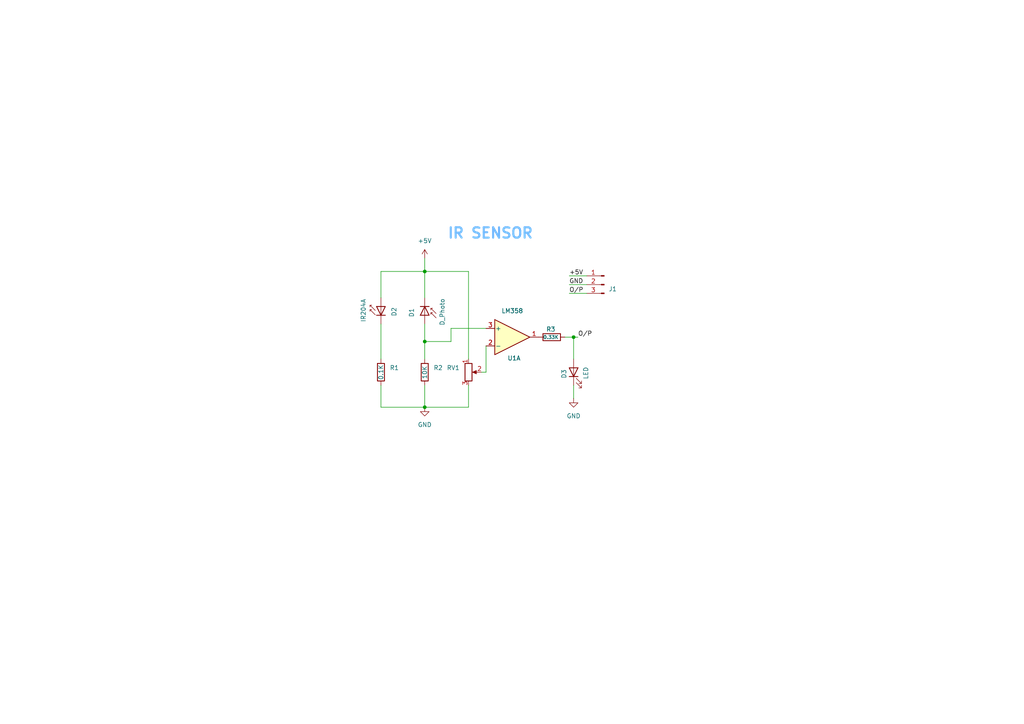
<source format=kicad_sch>
(kicad_sch
	(version 20250114)
	(generator "eeschema")
	(generator_version "9.0")
	(uuid "e3f22f3e-7018-4f73-a5d8-97e6e69dc733")
	(paper "A4")
	(title_block
		(title "IR_Sensor")
		(date "2025-05-21")
		(company "Hari OHM")
		(comment 1 "Design By - Himanshu")
	)
	(lib_symbols
		(symbol "Amplifier_Operational:LM358"
			(pin_names
				(offset 0.127)
			)
			(exclude_from_sim no)
			(in_bom yes)
			(on_board yes)
			(property "Reference" "U"
				(at 0 5.08 0)
				(effects
					(font
						(size 1.27 1.27)
					)
					(justify left)
				)
			)
			(property "Value" "LM358"
				(at 0 -5.08 0)
				(effects
					(font
						(size 1.27 1.27)
					)
					(justify left)
				)
			)
			(property "Footprint" ""
				(at 0 0 0)
				(effects
					(font
						(size 1.27 1.27)
					)
					(hide yes)
				)
			)
			(property "Datasheet" "http://www.ti.com/lit/ds/symlink/lm2904-n.pdf"
				(at 0 0 0)
				(effects
					(font
						(size 1.27 1.27)
					)
					(hide yes)
				)
			)
			(property "Description" "Low-Power, Dual Operational Amplifiers, DIP-8/SOIC-8/TO-99-8"
				(at 0 0 0)
				(effects
					(font
						(size 1.27 1.27)
					)
					(hide yes)
				)
			)
			(property "ki_locked" ""
				(at 0 0 0)
				(effects
					(font
						(size 1.27 1.27)
					)
				)
			)
			(property "ki_keywords" "dual opamp"
				(at 0 0 0)
				(effects
					(font
						(size 1.27 1.27)
					)
					(hide yes)
				)
			)
			(property "ki_fp_filters" "SOIC*3.9x4.9mm*P1.27mm* DIP*W7.62mm* TO*99* OnSemi*Micro8* TSSOP*3x3mm*P0.65mm* TSSOP*4.4x3mm*P0.65mm* MSOP*3x3mm*P0.65mm* SSOP*3.9x4.9mm*P0.635mm* LFCSP*2x2mm*P0.5mm* *SIP* SOIC*5.3x6.2mm*P1.27mm*"
				(at 0 0 0)
				(effects
					(font
						(size 1.27 1.27)
					)
					(hide yes)
				)
			)
			(symbol "LM358_1_1"
				(polyline
					(pts
						(xy -5.08 5.08) (xy 5.08 0) (xy -5.08 -5.08) (xy -5.08 5.08)
					)
					(stroke
						(width 0.254)
						(type default)
					)
					(fill
						(type background)
					)
				)
				(pin input line
					(at -7.62 2.54 0)
					(length 2.54)
					(name "+"
						(effects
							(font
								(size 1.27 1.27)
							)
						)
					)
					(number "3"
						(effects
							(font
								(size 1.27 1.27)
							)
						)
					)
				)
				(pin input line
					(at -7.62 -2.54 0)
					(length 2.54)
					(name "-"
						(effects
							(font
								(size 1.27 1.27)
							)
						)
					)
					(number "2"
						(effects
							(font
								(size 1.27 1.27)
							)
						)
					)
				)
				(pin output line
					(at 7.62 0 180)
					(length 2.54)
					(name "~"
						(effects
							(font
								(size 1.27 1.27)
							)
						)
					)
					(number "1"
						(effects
							(font
								(size 1.27 1.27)
							)
						)
					)
				)
			)
			(symbol "LM358_2_1"
				(polyline
					(pts
						(xy -5.08 5.08) (xy 5.08 0) (xy -5.08 -5.08) (xy -5.08 5.08)
					)
					(stroke
						(width 0.254)
						(type default)
					)
					(fill
						(type background)
					)
				)
				(pin input line
					(at -7.62 2.54 0)
					(length 2.54)
					(name "+"
						(effects
							(font
								(size 1.27 1.27)
							)
						)
					)
					(number "5"
						(effects
							(font
								(size 1.27 1.27)
							)
						)
					)
				)
				(pin input line
					(at -7.62 -2.54 0)
					(length 2.54)
					(name "-"
						(effects
							(font
								(size 1.27 1.27)
							)
						)
					)
					(number "6"
						(effects
							(font
								(size 1.27 1.27)
							)
						)
					)
				)
				(pin output line
					(at 7.62 0 180)
					(length 2.54)
					(name "~"
						(effects
							(font
								(size 1.27 1.27)
							)
						)
					)
					(number "7"
						(effects
							(font
								(size 1.27 1.27)
							)
						)
					)
				)
			)
			(symbol "LM358_3_1"
				(pin power_in line
					(at -2.54 7.62 270)
					(length 3.81)
					(name "V+"
						(effects
							(font
								(size 1.27 1.27)
							)
						)
					)
					(number "8"
						(effects
							(font
								(size 1.27 1.27)
							)
						)
					)
				)
				(pin power_in line
					(at -2.54 -7.62 90)
					(length 3.81)
					(name "V-"
						(effects
							(font
								(size 1.27 1.27)
							)
						)
					)
					(number "4"
						(effects
							(font
								(size 1.27 1.27)
							)
						)
					)
				)
			)
			(embedded_fonts no)
		)
		(symbol "Connector:Conn_01x03_Pin"
			(pin_names
				(offset 1.016)
				(hide yes)
			)
			(exclude_from_sim no)
			(in_bom yes)
			(on_board yes)
			(property "Reference" "J"
				(at 0 5.08 0)
				(effects
					(font
						(size 1.27 1.27)
					)
				)
			)
			(property "Value" "Conn_01x03_Pin"
				(at 0 -5.08 0)
				(effects
					(font
						(size 1.27 1.27)
					)
				)
			)
			(property "Footprint" ""
				(at 0 0 0)
				(effects
					(font
						(size 1.27 1.27)
					)
					(hide yes)
				)
			)
			(property "Datasheet" "~"
				(at 0 0 0)
				(effects
					(font
						(size 1.27 1.27)
					)
					(hide yes)
				)
			)
			(property "Description" "Generic connector, single row, 01x03, script generated"
				(at 0 0 0)
				(effects
					(font
						(size 1.27 1.27)
					)
					(hide yes)
				)
			)
			(property "ki_locked" ""
				(at 0 0 0)
				(effects
					(font
						(size 1.27 1.27)
					)
				)
			)
			(property "ki_keywords" "connector"
				(at 0 0 0)
				(effects
					(font
						(size 1.27 1.27)
					)
					(hide yes)
				)
			)
			(property "ki_fp_filters" "Connector*:*_1x??_*"
				(at 0 0 0)
				(effects
					(font
						(size 1.27 1.27)
					)
					(hide yes)
				)
			)
			(symbol "Conn_01x03_Pin_1_1"
				(rectangle
					(start 0.8636 2.667)
					(end 0 2.413)
					(stroke
						(width 0.1524)
						(type default)
					)
					(fill
						(type outline)
					)
				)
				(rectangle
					(start 0.8636 0.127)
					(end 0 -0.127)
					(stroke
						(width 0.1524)
						(type default)
					)
					(fill
						(type outline)
					)
				)
				(rectangle
					(start 0.8636 -2.413)
					(end 0 -2.667)
					(stroke
						(width 0.1524)
						(type default)
					)
					(fill
						(type outline)
					)
				)
				(polyline
					(pts
						(xy 1.27 2.54) (xy 0.8636 2.54)
					)
					(stroke
						(width 0.1524)
						(type default)
					)
					(fill
						(type none)
					)
				)
				(polyline
					(pts
						(xy 1.27 0) (xy 0.8636 0)
					)
					(stroke
						(width 0.1524)
						(type default)
					)
					(fill
						(type none)
					)
				)
				(polyline
					(pts
						(xy 1.27 -2.54) (xy 0.8636 -2.54)
					)
					(stroke
						(width 0.1524)
						(type default)
					)
					(fill
						(type none)
					)
				)
				(pin passive line
					(at 5.08 2.54 180)
					(length 3.81)
					(name "Pin_1"
						(effects
							(font
								(size 1.27 1.27)
							)
						)
					)
					(number "1"
						(effects
							(font
								(size 1.27 1.27)
							)
						)
					)
				)
				(pin passive line
					(at 5.08 0 180)
					(length 3.81)
					(name "Pin_2"
						(effects
							(font
								(size 1.27 1.27)
							)
						)
					)
					(number "2"
						(effects
							(font
								(size 1.27 1.27)
							)
						)
					)
				)
				(pin passive line
					(at 5.08 -2.54 180)
					(length 3.81)
					(name "Pin_3"
						(effects
							(font
								(size 1.27 1.27)
							)
						)
					)
					(number "3"
						(effects
							(font
								(size 1.27 1.27)
							)
						)
					)
				)
			)
			(embedded_fonts no)
		)
		(symbol "Device:D_Photo"
			(pin_numbers
				(hide yes)
			)
			(pin_names
				(hide yes)
			)
			(exclude_from_sim no)
			(in_bom yes)
			(on_board yes)
			(property "Reference" "D"
				(at 0.508 1.778 0)
				(effects
					(font
						(size 1.27 1.27)
					)
					(justify left)
				)
			)
			(property "Value" "D_Photo"
				(at -1.016 -2.794 0)
				(effects
					(font
						(size 1.27 1.27)
					)
				)
			)
			(property "Footprint" ""
				(at -1.27 0 0)
				(effects
					(font
						(size 1.27 1.27)
					)
					(hide yes)
				)
			)
			(property "Datasheet" "~"
				(at -1.27 0 0)
				(effects
					(font
						(size 1.27 1.27)
					)
					(hide yes)
				)
			)
			(property "Description" "Photodiode"
				(at 0 0 0)
				(effects
					(font
						(size 1.27 1.27)
					)
					(hide yes)
				)
			)
			(property "ki_keywords" "photodiode diode opto"
				(at 0 0 0)
				(effects
					(font
						(size 1.27 1.27)
					)
					(hide yes)
				)
			)
			(symbol "D_Photo_0_1"
				(polyline
					(pts
						(xy -2.54 1.27) (xy -2.54 -1.27)
					)
					(stroke
						(width 0.254)
						(type default)
					)
					(fill
						(type none)
					)
				)
				(polyline
					(pts
						(xy -2.032 1.778) (xy -1.524 1.778)
					)
					(stroke
						(width 0)
						(type default)
					)
					(fill
						(type none)
					)
				)
				(polyline
					(pts
						(xy -0.508 3.302) (xy -2.032 1.778) (xy -2.032 2.286)
					)
					(stroke
						(width 0)
						(type default)
					)
					(fill
						(type none)
					)
				)
				(polyline
					(pts
						(xy 0 0) (xy -2.54 0)
					)
					(stroke
						(width 0)
						(type default)
					)
					(fill
						(type none)
					)
				)
				(polyline
					(pts
						(xy 0 -1.27) (xy 0 1.27) (xy -2.54 0) (xy 0 -1.27)
					)
					(stroke
						(width 0.254)
						(type default)
					)
					(fill
						(type none)
					)
				)
				(polyline
					(pts
						(xy 0.762 3.302) (xy -0.762 1.778) (xy -0.762 2.286) (xy -0.762 1.778) (xy -0.254 1.778)
					)
					(stroke
						(width 0)
						(type default)
					)
					(fill
						(type none)
					)
				)
			)
			(symbol "D_Photo_1_1"
				(pin passive line
					(at -5.08 0 0)
					(length 2.54)
					(name "K"
						(effects
							(font
								(size 1.27 1.27)
							)
						)
					)
					(number "1"
						(effects
							(font
								(size 1.27 1.27)
							)
						)
					)
				)
				(pin passive line
					(at 2.54 0 180)
					(length 2.54)
					(name "A"
						(effects
							(font
								(size 1.27 1.27)
							)
						)
					)
					(number "2"
						(effects
							(font
								(size 1.27 1.27)
							)
						)
					)
				)
			)
			(embedded_fonts no)
		)
		(symbol "Device:LED"
			(pin_numbers
				(hide yes)
			)
			(pin_names
				(offset 1.016)
				(hide yes)
			)
			(exclude_from_sim no)
			(in_bom yes)
			(on_board yes)
			(property "Reference" "D"
				(at 0 2.54 0)
				(effects
					(font
						(size 1.27 1.27)
					)
				)
			)
			(property "Value" "LED"
				(at 0 -2.54 0)
				(effects
					(font
						(size 1.27 1.27)
					)
				)
			)
			(property "Footprint" ""
				(at 0 0 0)
				(effects
					(font
						(size 1.27 1.27)
					)
					(hide yes)
				)
			)
			(property "Datasheet" "~"
				(at 0 0 0)
				(effects
					(font
						(size 1.27 1.27)
					)
					(hide yes)
				)
			)
			(property "Description" "Light emitting diode"
				(at 0 0 0)
				(effects
					(font
						(size 1.27 1.27)
					)
					(hide yes)
				)
			)
			(property "Sim.Pins" "1=K 2=A"
				(at 0 0 0)
				(effects
					(font
						(size 1.27 1.27)
					)
					(hide yes)
				)
			)
			(property "ki_keywords" "LED diode"
				(at 0 0 0)
				(effects
					(font
						(size 1.27 1.27)
					)
					(hide yes)
				)
			)
			(property "ki_fp_filters" "LED* LED_SMD:* LED_THT:*"
				(at 0 0 0)
				(effects
					(font
						(size 1.27 1.27)
					)
					(hide yes)
				)
			)
			(symbol "LED_0_1"
				(polyline
					(pts
						(xy -3.048 -0.762) (xy -4.572 -2.286) (xy -3.81 -2.286) (xy -4.572 -2.286) (xy -4.572 -1.524)
					)
					(stroke
						(width 0)
						(type default)
					)
					(fill
						(type none)
					)
				)
				(polyline
					(pts
						(xy -1.778 -0.762) (xy -3.302 -2.286) (xy -2.54 -2.286) (xy -3.302 -2.286) (xy -3.302 -1.524)
					)
					(stroke
						(width 0)
						(type default)
					)
					(fill
						(type none)
					)
				)
				(polyline
					(pts
						(xy -1.27 0) (xy 1.27 0)
					)
					(stroke
						(width 0)
						(type default)
					)
					(fill
						(type none)
					)
				)
				(polyline
					(pts
						(xy -1.27 -1.27) (xy -1.27 1.27)
					)
					(stroke
						(width 0.254)
						(type default)
					)
					(fill
						(type none)
					)
				)
				(polyline
					(pts
						(xy 1.27 -1.27) (xy 1.27 1.27) (xy -1.27 0) (xy 1.27 -1.27)
					)
					(stroke
						(width 0.254)
						(type default)
					)
					(fill
						(type none)
					)
				)
			)
			(symbol "LED_1_1"
				(pin passive line
					(at -3.81 0 0)
					(length 2.54)
					(name "K"
						(effects
							(font
								(size 1.27 1.27)
							)
						)
					)
					(number "1"
						(effects
							(font
								(size 1.27 1.27)
							)
						)
					)
				)
				(pin passive line
					(at 3.81 0 180)
					(length 2.54)
					(name "A"
						(effects
							(font
								(size 1.27 1.27)
							)
						)
					)
					(number "2"
						(effects
							(font
								(size 1.27 1.27)
							)
						)
					)
				)
			)
			(embedded_fonts no)
		)
		(symbol "Device:R"
			(pin_numbers
				(hide yes)
			)
			(pin_names
				(offset 0)
			)
			(exclude_from_sim no)
			(in_bom yes)
			(on_board yes)
			(property "Reference" "R"
				(at 2.032 0 90)
				(effects
					(font
						(size 1.27 1.27)
					)
				)
			)
			(property "Value" "R"
				(at 0 0 90)
				(effects
					(font
						(size 1.27 1.27)
					)
				)
			)
			(property "Footprint" ""
				(at -1.778 0 90)
				(effects
					(font
						(size 1.27 1.27)
					)
					(hide yes)
				)
			)
			(property "Datasheet" "~"
				(at 0 0 0)
				(effects
					(font
						(size 1.27 1.27)
					)
					(hide yes)
				)
			)
			(property "Description" "Resistor"
				(at 0 0 0)
				(effects
					(font
						(size 1.27 1.27)
					)
					(hide yes)
				)
			)
			(property "ki_keywords" "R res resistor"
				(at 0 0 0)
				(effects
					(font
						(size 1.27 1.27)
					)
					(hide yes)
				)
			)
			(property "ki_fp_filters" "R_*"
				(at 0 0 0)
				(effects
					(font
						(size 1.27 1.27)
					)
					(hide yes)
				)
			)
			(symbol "R_0_1"
				(rectangle
					(start -1.016 -2.54)
					(end 1.016 2.54)
					(stroke
						(width 0.254)
						(type default)
					)
					(fill
						(type none)
					)
				)
			)
			(symbol "R_1_1"
				(pin passive line
					(at 0 3.81 270)
					(length 1.27)
					(name "~"
						(effects
							(font
								(size 1.27 1.27)
							)
						)
					)
					(number "1"
						(effects
							(font
								(size 1.27 1.27)
							)
						)
					)
				)
				(pin passive line
					(at 0 -3.81 90)
					(length 1.27)
					(name "~"
						(effects
							(font
								(size 1.27 1.27)
							)
						)
					)
					(number "2"
						(effects
							(font
								(size 1.27 1.27)
							)
						)
					)
				)
			)
			(embedded_fonts no)
		)
		(symbol "Device:R_Potentiometer"
			(pin_names
				(offset 1.016)
				(hide yes)
			)
			(exclude_from_sim no)
			(in_bom yes)
			(on_board yes)
			(property "Reference" "RV"
				(at -4.445 0 90)
				(effects
					(font
						(size 1.27 1.27)
					)
				)
			)
			(property "Value" "R_Potentiometer"
				(at -2.54 0 90)
				(effects
					(font
						(size 1.27 1.27)
					)
				)
			)
			(property "Footprint" ""
				(at 0 0 0)
				(effects
					(font
						(size 1.27 1.27)
					)
					(hide yes)
				)
			)
			(property "Datasheet" "~"
				(at 0 0 0)
				(effects
					(font
						(size 1.27 1.27)
					)
					(hide yes)
				)
			)
			(property "Description" "Potentiometer"
				(at 0 0 0)
				(effects
					(font
						(size 1.27 1.27)
					)
					(hide yes)
				)
			)
			(property "ki_keywords" "resistor variable"
				(at 0 0 0)
				(effects
					(font
						(size 1.27 1.27)
					)
					(hide yes)
				)
			)
			(property "ki_fp_filters" "Potentiometer*"
				(at 0 0 0)
				(effects
					(font
						(size 1.27 1.27)
					)
					(hide yes)
				)
			)
			(symbol "R_Potentiometer_0_1"
				(rectangle
					(start 1.016 2.54)
					(end -1.016 -2.54)
					(stroke
						(width 0.254)
						(type default)
					)
					(fill
						(type none)
					)
				)
				(polyline
					(pts
						(xy 1.143 0) (xy 2.286 0.508) (xy 2.286 -0.508) (xy 1.143 0)
					)
					(stroke
						(width 0)
						(type default)
					)
					(fill
						(type outline)
					)
				)
				(polyline
					(pts
						(xy 2.54 0) (xy 1.524 0)
					)
					(stroke
						(width 0)
						(type default)
					)
					(fill
						(type none)
					)
				)
			)
			(symbol "R_Potentiometer_1_1"
				(pin passive line
					(at 0 3.81 270)
					(length 1.27)
					(name "1"
						(effects
							(font
								(size 1.27 1.27)
							)
						)
					)
					(number "1"
						(effects
							(font
								(size 1.27 1.27)
							)
						)
					)
				)
				(pin passive line
					(at 0 -3.81 90)
					(length 1.27)
					(name "3"
						(effects
							(font
								(size 1.27 1.27)
							)
						)
					)
					(number "3"
						(effects
							(font
								(size 1.27 1.27)
							)
						)
					)
				)
				(pin passive line
					(at 3.81 0 180)
					(length 1.27)
					(name "2"
						(effects
							(font
								(size 1.27 1.27)
							)
						)
					)
					(number "2"
						(effects
							(font
								(size 1.27 1.27)
							)
						)
					)
				)
			)
			(embedded_fonts no)
		)
		(symbol "LED:IR204A"
			(pin_numbers
				(hide yes)
			)
			(pin_names
				(offset 1.016)
				(hide yes)
			)
			(exclude_from_sim no)
			(in_bom yes)
			(on_board yes)
			(property "Reference" "D"
				(at 0.508 1.778 0)
				(effects
					(font
						(size 1.27 1.27)
					)
					(justify left)
				)
			)
			(property "Value" "IR204A"
				(at -1.016 -2.794 0)
				(effects
					(font
						(size 1.27 1.27)
					)
				)
			)
			(property "Footprint" "LED_THT:LED_D3.0mm_IRBlack"
				(at 0 4.445 0)
				(effects
					(font
						(size 1.27 1.27)
					)
					(hide yes)
				)
			)
			(property "Datasheet" "http://www.everlight.com/file/ProductFile/IR204-A.pdf"
				(at -1.27 0 0)
				(effects
					(font
						(size 1.27 1.27)
					)
					(hide yes)
				)
			)
			(property "Description" "Infrared LED , 3mm LED package"
				(at 0 0 0)
				(effects
					(font
						(size 1.27 1.27)
					)
					(hide yes)
				)
			)
			(property "ki_keywords" "opto IR LED"
				(at 0 0 0)
				(effects
					(font
						(size 1.27 1.27)
					)
					(hide yes)
				)
			)
			(property "ki_fp_filters" "LED*3.0mm*IRBlack*"
				(at 0 0 0)
				(effects
					(font
						(size 1.27 1.27)
					)
					(hide yes)
				)
			)
			(symbol "IR204A_0_1"
				(polyline
					(pts
						(xy -2.54 1.27) (xy -2.54 -1.27)
					)
					(stroke
						(width 0.254)
						(type default)
					)
					(fill
						(type none)
					)
				)
				(polyline
					(pts
						(xy -2.413 1.651) (xy -0.889 3.175) (xy -0.889 2.667) (xy -0.889 3.175) (xy -1.397 3.175)
					)
					(stroke
						(width 0)
						(type default)
					)
					(fill
						(type none)
					)
				)
				(polyline
					(pts
						(xy -1.143 1.651) (xy 0.381 3.175) (xy 0.381 2.667)
					)
					(stroke
						(width 0)
						(type default)
					)
					(fill
						(type none)
					)
				)
				(polyline
					(pts
						(xy 0 1.27) (xy -2.54 0) (xy 0 -1.27) (xy 0 1.27)
					)
					(stroke
						(width 0.254)
						(type default)
					)
					(fill
						(type none)
					)
				)
				(polyline
					(pts
						(xy 0 0) (xy -2.54 0)
					)
					(stroke
						(width 0)
						(type default)
					)
					(fill
						(type none)
					)
				)
				(polyline
					(pts
						(xy 0.381 3.175) (xy -0.127 3.175)
					)
					(stroke
						(width 0)
						(type default)
					)
					(fill
						(type none)
					)
				)
			)
			(symbol "IR204A_1_1"
				(pin passive line
					(at -5.08 0 0)
					(length 2.54)
					(name "K"
						(effects
							(font
								(size 1.27 1.27)
							)
						)
					)
					(number "1"
						(effects
							(font
								(size 1.27 1.27)
							)
						)
					)
				)
				(pin passive line
					(at 2.54 0 180)
					(length 2.54)
					(name "A"
						(effects
							(font
								(size 1.27 1.27)
							)
						)
					)
					(number "2"
						(effects
							(font
								(size 1.27 1.27)
							)
						)
					)
				)
			)
			(embedded_fonts no)
		)
		(symbol "power:+5V"
			(power)
			(pin_numbers
				(hide yes)
			)
			(pin_names
				(offset 0)
				(hide yes)
			)
			(exclude_from_sim no)
			(in_bom yes)
			(on_board yes)
			(property "Reference" "#PWR"
				(at 0 -3.81 0)
				(effects
					(font
						(size 1.27 1.27)
					)
					(hide yes)
				)
			)
			(property "Value" "+5V"
				(at 0 3.556 0)
				(effects
					(font
						(size 1.27 1.27)
					)
				)
			)
			(property "Footprint" ""
				(at 0 0 0)
				(effects
					(font
						(size 1.27 1.27)
					)
					(hide yes)
				)
			)
			(property "Datasheet" ""
				(at 0 0 0)
				(effects
					(font
						(size 1.27 1.27)
					)
					(hide yes)
				)
			)
			(property "Description" "Power symbol creates a global label with name \"+5V\""
				(at 0 0 0)
				(effects
					(font
						(size 1.27 1.27)
					)
					(hide yes)
				)
			)
			(property "ki_keywords" "global power"
				(at 0 0 0)
				(effects
					(font
						(size 1.27 1.27)
					)
					(hide yes)
				)
			)
			(symbol "+5V_0_1"
				(polyline
					(pts
						(xy -0.762 1.27) (xy 0 2.54)
					)
					(stroke
						(width 0)
						(type default)
					)
					(fill
						(type none)
					)
				)
				(polyline
					(pts
						(xy 0 2.54) (xy 0.762 1.27)
					)
					(stroke
						(width 0)
						(type default)
					)
					(fill
						(type none)
					)
				)
				(polyline
					(pts
						(xy 0 0) (xy 0 2.54)
					)
					(stroke
						(width 0)
						(type default)
					)
					(fill
						(type none)
					)
				)
			)
			(symbol "+5V_1_1"
				(pin power_in line
					(at 0 0 90)
					(length 0)
					(name "~"
						(effects
							(font
								(size 1.27 1.27)
							)
						)
					)
					(number "1"
						(effects
							(font
								(size 1.27 1.27)
							)
						)
					)
				)
			)
			(embedded_fonts no)
		)
		(symbol "power:GND"
			(power)
			(pin_numbers
				(hide yes)
			)
			(pin_names
				(offset 0)
				(hide yes)
			)
			(exclude_from_sim no)
			(in_bom yes)
			(on_board yes)
			(property "Reference" "#PWR"
				(at 0 -6.35 0)
				(effects
					(font
						(size 1.27 1.27)
					)
					(hide yes)
				)
			)
			(property "Value" "GND"
				(at 0 -3.81 0)
				(effects
					(font
						(size 1.27 1.27)
					)
				)
			)
			(property "Footprint" ""
				(at 0 0 0)
				(effects
					(font
						(size 1.27 1.27)
					)
					(hide yes)
				)
			)
			(property "Datasheet" ""
				(at 0 0 0)
				(effects
					(font
						(size 1.27 1.27)
					)
					(hide yes)
				)
			)
			(property "Description" "Power symbol creates a global label with name \"GND\" , ground"
				(at 0 0 0)
				(effects
					(font
						(size 1.27 1.27)
					)
					(hide yes)
				)
			)
			(property "ki_keywords" "global power"
				(at 0 0 0)
				(effects
					(font
						(size 1.27 1.27)
					)
					(hide yes)
				)
			)
			(symbol "GND_0_1"
				(polyline
					(pts
						(xy 0 0) (xy 0 -1.27) (xy 1.27 -1.27) (xy 0 -2.54) (xy -1.27 -1.27) (xy 0 -1.27)
					)
					(stroke
						(width 0)
						(type default)
					)
					(fill
						(type none)
					)
				)
			)
			(symbol "GND_1_1"
				(pin power_in line
					(at 0 0 270)
					(length 0)
					(name "~"
						(effects
							(font
								(size 1.27 1.27)
							)
						)
					)
					(number "1"
						(effects
							(font
								(size 1.27 1.27)
							)
						)
					)
				)
			)
			(embedded_fonts no)
		)
	)
	(text "IR SENSOR\n"
		(exclude_from_sim no)
		(at 142.24 67.818 0)
		(effects
			(font
				(size 3 3)
				(thickness 0.6)
				(bold yes)
				(color 112 183 255 1)
			)
		)
		(uuid "f56829a9-8e33-42cb-92df-faa67466c81b")
	)
	(junction
		(at 123.19 99.06)
		(diameter 0)
		(color 0 0 0 0)
		(uuid "a3f3a2b8-8825-4e22-a559-0cb066878ceb")
	)
	(junction
		(at 123.19 118.11)
		(diameter 0)
		(color 0 0 0 0)
		(uuid "a41d7e2d-c854-4345-8a7c-b44d89bf9905")
	)
	(junction
		(at 123.19 78.74)
		(diameter 0)
		(color 0 0 0 0)
		(uuid "f184ab97-d0a3-4056-86b7-84b98f2a4004")
	)
	(junction
		(at 166.37 97.79)
		(diameter 0)
		(color 0 0 0 0)
		(uuid "ff9246fc-51cc-4ae2-b4c7-16b4fc7c6fa2")
	)
	(wire
		(pts
			(xy 165.1 80.01) (xy 170.18 80.01)
		)
		(stroke
			(width 0)
			(type default)
		)
		(uuid "02463367-aa74-4ffa-ae9b-d5a4c1c4a060")
	)
	(wire
		(pts
			(xy 166.37 97.79) (xy 167.64 97.79)
		)
		(stroke
			(width 0)
			(type default)
		)
		(uuid "04ed03cf-7cb8-45a1-8c54-b8e461c4ed6a")
	)
	(wire
		(pts
			(xy 140.97 107.95) (xy 140.97 100.33)
		)
		(stroke
			(width 0)
			(type default)
		)
		(uuid "0c8750c3-eb4b-4eac-ad41-5a66f42c50a6")
	)
	(wire
		(pts
			(xy 123.19 74.93) (xy 123.19 78.74)
		)
		(stroke
			(width 0)
			(type default)
		)
		(uuid "14accc2d-94dd-4b76-b065-be108928ddf2")
	)
	(wire
		(pts
			(xy 110.49 86.36) (xy 110.49 78.74)
		)
		(stroke
			(width 0)
			(type default)
		)
		(uuid "36e09d3b-169c-45bc-be63-7952684caff9")
	)
	(wire
		(pts
			(xy 163.83 97.79) (xy 166.37 97.79)
		)
		(stroke
			(width 0)
			(type default)
		)
		(uuid "40da791f-66b8-4a6a-a762-5682068c3ad5")
	)
	(wire
		(pts
			(xy 130.81 99.06) (xy 123.19 99.06)
		)
		(stroke
			(width 0)
			(type default)
		)
		(uuid "41404338-5a81-4f91-b531-de9c3b589039")
	)
	(wire
		(pts
			(xy 123.19 78.74) (xy 123.19 86.36)
		)
		(stroke
			(width 0)
			(type default)
		)
		(uuid "4739a7a5-e20c-47af-9cf2-82134165aaf0")
	)
	(wire
		(pts
			(xy 165.1 82.55) (xy 170.18 82.55)
		)
		(stroke
			(width 0)
			(type default)
		)
		(uuid "51e3b3b5-a4ea-42d0-8c10-29393e0320db")
	)
	(wire
		(pts
			(xy 110.49 78.74) (xy 123.19 78.74)
		)
		(stroke
			(width 0)
			(type default)
		)
		(uuid "540815c7-1a49-4dc6-889b-250e82674055")
	)
	(wire
		(pts
			(xy 123.19 99.06) (xy 123.19 104.14)
		)
		(stroke
			(width 0)
			(type default)
		)
		(uuid "5805d2f5-2516-46da-9dcd-90971831c4b2")
	)
	(wire
		(pts
			(xy 139.7 107.95) (xy 140.97 107.95)
		)
		(stroke
			(width 0)
			(type default)
		)
		(uuid "66a953a1-31f4-48b0-965f-0156e5865a70")
	)
	(wire
		(pts
			(xy 165.1 85.09) (xy 170.18 85.09)
		)
		(stroke
			(width 0)
			(type default)
		)
		(uuid "7076cd21-92df-4b7c-8d47-f50dad8a1c55")
	)
	(wire
		(pts
			(xy 135.89 78.74) (xy 123.19 78.74)
		)
		(stroke
			(width 0)
			(type default)
		)
		(uuid "7ac9bb49-034e-4b47-8b2c-5d304ca1949c")
	)
	(wire
		(pts
			(xy 110.49 118.11) (xy 123.19 118.11)
		)
		(stroke
			(width 0)
			(type default)
		)
		(uuid "8e488e02-1aca-4cbe-bfbc-0efa1abf9e78")
	)
	(wire
		(pts
			(xy 135.89 104.14) (xy 135.89 78.74)
		)
		(stroke
			(width 0)
			(type default)
		)
		(uuid "9834b98b-6a92-4494-a0a8-0fcd49ce1172")
	)
	(wire
		(pts
			(xy 110.49 93.98) (xy 110.49 104.14)
		)
		(stroke
			(width 0)
			(type default)
		)
		(uuid "a08a2e1d-479d-4036-a258-f068d7f370a0")
	)
	(wire
		(pts
			(xy 166.37 97.79) (xy 166.37 104.14)
		)
		(stroke
			(width 0)
			(type default)
		)
		(uuid "a4877bdc-2e4a-4092-8506-4c67f1d4432e")
	)
	(wire
		(pts
			(xy 166.37 111.76) (xy 166.37 115.57)
		)
		(stroke
			(width 0)
			(type default)
		)
		(uuid "a6c0e246-91d6-48b4-b3f3-7d8530ea40bf")
	)
	(wire
		(pts
			(xy 123.19 93.98) (xy 123.19 99.06)
		)
		(stroke
			(width 0)
			(type default)
		)
		(uuid "addca3a9-bad6-44db-b6de-d1ac252dafe9")
	)
	(wire
		(pts
			(xy 140.97 95.25) (xy 130.81 95.25)
		)
		(stroke
			(width 0)
			(type default)
		)
		(uuid "c02e861d-ece7-48f6-ac1c-bb5104ec52fc")
	)
	(wire
		(pts
			(xy 123.19 118.11) (xy 135.89 118.11)
		)
		(stroke
			(width 0)
			(type default)
		)
		(uuid "ce6974d5-13d3-4045-888e-abd84d91284a")
	)
	(wire
		(pts
			(xy 135.89 118.11) (xy 135.89 111.76)
		)
		(stroke
			(width 0)
			(type default)
		)
		(uuid "e36f35b8-f67e-409f-86c0-a9dea0dd32ef")
	)
	(wire
		(pts
			(xy 110.49 111.76) (xy 110.49 118.11)
		)
		(stroke
			(width 0)
			(type default)
		)
		(uuid "e8cdef83-d78f-411e-bcdd-fe51c86c128c")
	)
	(wire
		(pts
			(xy 130.81 95.25) (xy 130.81 99.06)
		)
		(stroke
			(width 0)
			(type default)
		)
		(uuid "f022a963-a879-4630-8bd7-e498bc6a68b3")
	)
	(wire
		(pts
			(xy 123.19 111.76) (xy 123.19 118.11)
		)
		(stroke
			(width 0)
			(type default)
		)
		(uuid "f96645c9-45dc-4f49-b92c-d72943ed55c6")
	)
	(label "GND"
		(at 165.1 82.55 0)
		(effects
			(font
				(size 1.27 1.27)
			)
			(justify left bottom)
		)
		(uuid "4827ea4c-a5b0-4668-a2b6-e8c4e7d39f34")
	)
	(label "O{slash}P"
		(at 167.64 97.79 0)
		(effects
			(font
				(size 1.27 1.27)
			)
			(justify left bottom)
		)
		(uuid "bbc492bb-24d8-4bde-b2ac-a4592fdf4532")
	)
	(label "O{slash}P"
		(at 165.1 85.09 0)
		(effects
			(font
				(size 1.27 1.27)
			)
			(justify left bottom)
		)
		(uuid "c6ada103-d665-4a8c-9228-9d13a7d22106")
	)
	(label "+5V"
		(at 165.1 80.01 0)
		(effects
			(font
				(size 1.27 1.27)
			)
			(justify left bottom)
		)
		(uuid "d5156d72-db5b-4fc6-8be7-e3888eeb2e85")
	)
	(symbol
		(lib_id "Amplifier_Operational:LM358")
		(at 148.59 97.79 0)
		(unit 1)
		(exclude_from_sim no)
		(in_bom yes)
		(on_board yes)
		(dnp no)
		(uuid "081cdac1-6c98-4332-bf6e-b8ffc50999aa")
		(property "Reference" "U1"
			(at 149.098 103.886 0)
			(effects
				(font
					(size 1.27 1.27)
				)
			)
		)
		(property "Value" "LM358"
			(at 148.59 90.17 0)
			(effects
				(font
					(size 1.27 1.27)
				)
			)
		)
		(property "Footprint" "Package_SO:SOIC-4_4.55x2.6mm_P1.27mm"
			(at 148.59 97.79 0)
			(effects
				(font
					(size 1.27 1.27)
				)
				(hide yes)
			)
		)
		(property "Datasheet" "http://www.ti.com/lit/ds/symlink/lm2904-n.pdf"
			(at 148.59 97.79 0)
			(effects
				(font
					(size 1.27 1.27)
				)
				(hide yes)
			)
		)
		(property "Description" "Low-Power, Dual Operational Amplifiers, DIP-8/SOIC-8/TO-99-8"
			(at 148.59 97.79 0)
			(effects
				(font
					(size 1.27 1.27)
				)
				(hide yes)
			)
		)
		(pin "6"
			(uuid "c89ef90a-8a51-45c7-a51b-4eea27e611fd")
		)
		(pin "8"
			(uuid "017813e6-59ca-4dde-bedc-99d8f40abd7b")
		)
		(pin "2"
			(uuid "33e342d8-75f3-4462-a270-2b2285c4ca27")
		)
		(pin "3"
			(uuid "d5fe78f9-620e-43ef-951e-8cee637471b9")
		)
		(pin "1"
			(uuid "6c5d1cc1-f5df-4116-9edd-83209067c97b")
		)
		(pin "5"
			(uuid "dc6180bf-6c1d-4fb6-904e-31d400cbf951")
		)
		(pin "7"
			(uuid "a45174d3-6b46-46d9-9d5e-539635dfe451")
		)
		(pin "4"
			(uuid "26329c34-3944-481a-afc5-d8b64ad7d5e3")
		)
		(instances
			(project ""
				(path "/e3f22f3e-7018-4f73-a5d8-97e6e69dc733"
					(reference "U1")
					(unit 1)
				)
			)
		)
	)
	(symbol
		(lib_id "Device:R")
		(at 110.49 107.95 0)
		(unit 1)
		(exclude_from_sim no)
		(in_bom yes)
		(on_board yes)
		(dnp no)
		(uuid "181af6c1-3641-487b-8244-1841a9417fac")
		(property "Reference" "R1"
			(at 113.03 106.6799 0)
			(effects
				(font
					(size 1.27 1.27)
				)
				(justify left)
			)
		)
		(property "Value" "0.1K"
			(at 110.49 110.236 90)
			(effects
				(font
					(size 1.27 1.27)
				)
				(justify left)
			)
		)
		(property "Footprint" "Resistor_SMD:R_0603_1608Metric"
			(at 108.712 107.95 90)
			(effects
				(font
					(size 1.27 1.27)
				)
				(hide yes)
			)
		)
		(property "Datasheet" "~"
			(at 110.49 107.95 0)
			(effects
				(font
					(size 1.27 1.27)
				)
				(hide yes)
			)
		)
		(property "Description" "Resistor"
			(at 110.49 107.95 0)
			(effects
				(font
					(size 1.27 1.27)
				)
				(hide yes)
			)
		)
		(pin "1"
			(uuid "6b52bdcc-b856-4ef8-be8d-b86dfd03bf4e")
		)
		(pin "2"
			(uuid "ea271bcb-8226-45d6-9d91-3a7f15583111")
		)
		(instances
			(project ""
				(path "/e3f22f3e-7018-4f73-a5d8-97e6e69dc733"
					(reference "R1")
					(unit 1)
				)
			)
		)
	)
	(symbol
		(lib_id "Device:LED")
		(at 166.37 107.95 90)
		(unit 1)
		(exclude_from_sim no)
		(in_bom yes)
		(on_board yes)
		(dnp no)
		(uuid "26f29737-9480-4446-8213-196e9913b637")
		(property "Reference" "D3"
			(at 163.576 108.458 0)
			(effects
				(font
					(size 1.27 1.27)
				)
			)
		)
		(property "Value" "LED"
			(at 169.926 108.204 0)
			(effects
				(font
					(size 1.27 1.27)
				)
			)
		)
		(property "Footprint" "LED_SMD:LED_0603_1608Metric"
			(at 166.37 107.95 0)
			(effects
				(font
					(size 1.27 1.27)
				)
				(hide yes)
			)
		)
		(property "Datasheet" "~"
			(at 166.37 107.95 0)
			(effects
				(font
					(size 1.27 1.27)
				)
				(hide yes)
			)
		)
		(property "Description" "Light emitting diode"
			(at 166.37 107.95 0)
			(effects
				(font
					(size 1.27 1.27)
				)
				(hide yes)
			)
		)
		(property "Sim.Pins" "1=K 2=A"
			(at 166.37 107.95 0)
			(effects
				(font
					(size 1.27 1.27)
				)
				(hide yes)
			)
		)
		(pin "2"
			(uuid "7717a248-8eb1-46ff-aec2-adb755c944c0")
		)
		(pin "1"
			(uuid "41746ee9-6ba7-4680-856b-6f35e0d7ca94")
		)
		(instances
			(project ""
				(path "/e3f22f3e-7018-4f73-a5d8-97e6e69dc733"
					(reference "D3")
					(unit 1)
				)
			)
		)
	)
	(symbol
		(lib_id "Device:R")
		(at 160.02 97.79 90)
		(unit 1)
		(exclude_from_sim no)
		(in_bom yes)
		(on_board yes)
		(dnp no)
		(uuid "3327c4dc-cf3d-48a0-b641-4eae90b28605")
		(property "Reference" "R3"
			(at 159.766 95.504 90)
			(effects
				(font
					(size 1.27 1.27)
				)
			)
		)
		(property "Value" "0.33K"
			(at 159.766 97.79 90)
			(effects
				(font
					(size 1 1)
				)
			)
		)
		(property "Footprint" "Resistor_SMD:R_0603_1608Metric"
			(at 160.02 99.568 90)
			(effects
				(font
					(size 1.27 1.27)
				)
				(hide yes)
			)
		)
		(property "Datasheet" "~"
			(at 160.02 97.79 0)
			(effects
				(font
					(size 1.27 1.27)
				)
				(hide yes)
			)
		)
		(property "Description" "Resistor"
			(at 160.02 97.79 0)
			(effects
				(font
					(size 1.27 1.27)
				)
				(hide yes)
			)
		)
		(pin "1"
			(uuid "011b3d69-135c-495f-bb50-51ce183449b5")
		)
		(pin "2"
			(uuid "9b08fcd4-44e1-4d07-91f2-e75dde51a068")
		)
		(instances
			(project "IR_sensor"
				(path "/e3f22f3e-7018-4f73-a5d8-97e6e69dc733"
					(reference "R3")
					(unit 1)
				)
			)
		)
	)
	(symbol
		(lib_id "Device:R_Potentiometer")
		(at 135.89 107.95 0)
		(unit 1)
		(exclude_from_sim no)
		(in_bom yes)
		(on_board yes)
		(dnp no)
		(fields_autoplaced yes)
		(uuid "3cc16415-452b-4be5-b468-5715c2ebd64f")
		(property "Reference" "RV1"
			(at 133.35 106.6799 0)
			(effects
				(font
					(size 1.27 1.27)
				)
				(justify right)
			)
		)
		(property "Value" "10K"
			(at 133.35 109.2199 0)
			(effects
				(font
					(size 1.27 1.27)
				)
				(justify right)
				(hide yes)
			)
		)
		(property "Footprint" "Potentiometer_SMD:Potentiometer_Bourns_TC33X_Vertical"
			(at 135.89 107.95 0)
			(effects
				(font
					(size 1.27 1.27)
				)
				(hide yes)
			)
		)
		(property "Datasheet" "~"
			(at 135.89 107.95 0)
			(effects
				(font
					(size 1.27 1.27)
				)
				(hide yes)
			)
		)
		(property "Description" "Potentiometer"
			(at 135.89 107.95 0)
			(effects
				(font
					(size 1.27 1.27)
				)
				(hide yes)
			)
		)
		(pin "3"
			(uuid "cf6c752b-f08a-4b68-9207-5da58cb5a84b")
		)
		(pin "2"
			(uuid "db615223-14c4-47a5-8e4f-05d8968493a9")
		)
		(pin "1"
			(uuid "ae314da3-656c-49cb-99aa-ed338caf5ffa")
		)
		(instances
			(project ""
				(path "/e3f22f3e-7018-4f73-a5d8-97e6e69dc733"
					(reference "RV1")
					(unit 1)
				)
			)
		)
	)
	(symbol
		(lib_id "power:GND")
		(at 166.37 115.57 0)
		(unit 1)
		(exclude_from_sim no)
		(in_bom yes)
		(on_board yes)
		(dnp no)
		(fields_autoplaced yes)
		(uuid "42b8e56e-4159-4ff1-9816-44a1132ea6cc")
		(property "Reference" "#PWR01"
			(at 166.37 121.92 0)
			(effects
				(font
					(size 1.27 1.27)
				)
				(hide yes)
			)
		)
		(property "Value" "GND"
			(at 166.37 120.65 0)
			(effects
				(font
					(size 1.27 1.27)
				)
			)
		)
		(property "Footprint" ""
			(at 166.37 115.57 0)
			(effects
				(font
					(size 1.27 1.27)
				)
				(hide yes)
			)
		)
		(property "Datasheet" ""
			(at 166.37 115.57 0)
			(effects
				(font
					(size 1.27 1.27)
				)
				(hide yes)
			)
		)
		(property "Description" "Power symbol creates a global label with name \"GND\" , ground"
			(at 166.37 115.57 0)
			(effects
				(font
					(size 1.27 1.27)
				)
				(hide yes)
			)
		)
		(pin "1"
			(uuid "5201cac8-7989-492f-aa02-33d14d648cac")
		)
		(instances
			(project ""
				(path "/e3f22f3e-7018-4f73-a5d8-97e6e69dc733"
					(reference "#PWR01")
					(unit 1)
				)
			)
		)
	)
	(symbol
		(lib_id "power:+5V")
		(at 123.19 74.93 0)
		(unit 1)
		(exclude_from_sim no)
		(in_bom yes)
		(on_board yes)
		(dnp no)
		(fields_autoplaced yes)
		(uuid "46a4780b-7cd0-449d-89d3-398546c650cf")
		(property "Reference" "#PWR03"
			(at 123.19 78.74 0)
			(effects
				(font
					(size 1.27 1.27)
				)
				(hide yes)
			)
		)
		(property "Value" "+5V"
			(at 123.19 69.85 0)
			(effects
				(font
					(size 1.27 1.27)
				)
			)
		)
		(property "Footprint" ""
			(at 123.19 74.93 0)
			(effects
				(font
					(size 1.27 1.27)
				)
				(hide yes)
			)
		)
		(property "Datasheet" ""
			(at 123.19 74.93 0)
			(effects
				(font
					(size 1.27 1.27)
				)
				(hide yes)
			)
		)
		(property "Description" "Power symbol creates a global label with name \"+5V\""
			(at 123.19 74.93 0)
			(effects
				(font
					(size 1.27 1.27)
				)
				(hide yes)
			)
		)
		(pin "1"
			(uuid "daa0c399-30c5-44b6-aff6-f20381dc58c1")
		)
		(instances
			(project ""
				(path "/e3f22f3e-7018-4f73-a5d8-97e6e69dc733"
					(reference "#PWR03")
					(unit 1)
				)
			)
		)
	)
	(symbol
		(lib_id "Connector:Conn_01x03_Pin")
		(at 175.26 82.55 0)
		(mirror y)
		(unit 1)
		(exclude_from_sim no)
		(in_bom yes)
		(on_board yes)
		(dnp no)
		(uuid "60d5f17f-0636-458f-ab71-cf3172f4dca4")
		(property "Reference" "J1"
			(at 176.53 83.8201 0)
			(effects
				(font
					(size 1.27 1.27)
				)
				(justify right)
			)
		)
		(property "Value" "Conn_01x03_Pin"
			(at 176.53 81.2801 0)
			(effects
				(font
					(size 1.27 1.27)
				)
				(justify right)
				(hide yes)
			)
		)
		(property "Footprint" "Connector_Stocko:Stocko_MKS_1653-6-0-303_1x3_P2.50mm_Vertical"
			(at 175.26 82.55 0)
			(effects
				(font
					(size 1.27 1.27)
				)
				(hide yes)
			)
		)
		(property "Datasheet" "~"
			(at 175.26 82.55 0)
			(effects
				(font
					(size 1.27 1.27)
				)
				(hide yes)
			)
		)
		(property "Description" "Generic connector, single row, 01x03, script generated"
			(at 175.26 82.55 0)
			(effects
				(font
					(size 1.27 1.27)
				)
				(hide yes)
			)
		)
		(pin "3"
			(uuid "2d5ec5a0-47a6-4bc8-b6fe-4fc086893339")
		)
		(pin "1"
			(uuid "3ca0f35f-c5ee-47fd-84cf-ed1f6257e17b")
		)
		(pin "2"
			(uuid "0a0b41f1-badb-4372-9453-fe7ae306027f")
		)
		(instances
			(project ""
				(path "/e3f22f3e-7018-4f73-a5d8-97e6e69dc733"
					(reference "J1")
					(unit 1)
				)
			)
		)
	)
	(symbol
		(lib_id "LED:IR204A")
		(at 110.49 88.9 90)
		(unit 1)
		(exclude_from_sim no)
		(in_bom yes)
		(on_board yes)
		(dnp no)
		(uuid "89b2ca09-6858-47eb-a985-9ea5a4c0e94c")
		(property "Reference" "D2"
			(at 114.3 90.424 0)
			(effects
				(font
					(size 1.27 1.27)
				)
			)
		)
		(property "Value" "IR204A"
			(at 105.41 90.043 0)
			(effects
				(font
					(size 1.27 1.27)
				)
			)
		)
		(property "Footprint" "LED_SMD:LED_1206_3216Metric"
			(at 106.045 88.9 0)
			(effects
				(font
					(size 1.27 1.27)
				)
				(hide yes)
			)
		)
		(property "Datasheet" "http://www.everlight.com/file/ProductFile/IR204-A.pdf"
			(at 110.49 90.17 0)
			(effects
				(font
					(size 1.27 1.27)
				)
				(hide yes)
			)
		)
		(property "Description" "Infrared LED , 3mm LED package"
			(at 110.49 88.9 0)
			(effects
				(font
					(size 1.27 1.27)
				)
				(hide yes)
			)
		)
		(pin "1"
			(uuid "18ad5808-5b11-44ed-8e01-adef31b8f572")
		)
		(pin "2"
			(uuid "4a88ae93-c634-4ceb-a417-d441b189bf64")
		)
		(instances
			(project ""
				(path "/e3f22f3e-7018-4f73-a5d8-97e6e69dc733"
					(reference "D2")
					(unit 1)
				)
			)
		)
	)
	(symbol
		(lib_id "Device:R")
		(at 123.19 107.95 0)
		(unit 1)
		(exclude_from_sim no)
		(in_bom yes)
		(on_board yes)
		(dnp no)
		(uuid "d0b21501-ee4e-4750-91d1-e2a5b38e6e29")
		(property "Reference" "R2"
			(at 125.73 106.6799 0)
			(effects
				(font
					(size 1.27 1.27)
				)
				(justify left)
			)
		)
		(property "Value" "10K"
			(at 123.19 109.982 90)
			(effects
				(font
					(size 1.27 1.27)
				)
				(justify left)
			)
		)
		(property "Footprint" "Resistor_SMD:R_0603_1608Metric"
			(at 121.412 107.95 90)
			(effects
				(font
					(size 1.27 1.27)
				)
				(hide yes)
			)
		)
		(property "Datasheet" "~"
			(at 123.19 107.95 0)
			(effects
				(font
					(size 1.27 1.27)
				)
				(hide yes)
			)
		)
		(property "Description" "Resistor"
			(at 123.19 107.95 0)
			(effects
				(font
					(size 1.27 1.27)
				)
				(hide yes)
			)
		)
		(pin "1"
			(uuid "eb603289-a76e-44a3-8366-e142bea2360d")
		)
		(pin "2"
			(uuid "bd52edb8-200c-421e-8510-ea36a47d8495")
		)
		(instances
			(project "IR_sensor"
				(path "/e3f22f3e-7018-4f73-a5d8-97e6e69dc733"
					(reference "R2")
					(unit 1)
				)
			)
		)
	)
	(symbol
		(lib_id "Device:D_Photo")
		(at 123.19 91.44 270)
		(unit 1)
		(exclude_from_sim no)
		(in_bom yes)
		(on_board yes)
		(dnp no)
		(uuid "e75090b4-d28f-4ed1-9364-f66b53680db1")
		(property "Reference" "D1"
			(at 119.38 90.678 0)
			(effects
				(font
					(size 1.27 1.27)
				)
			)
		)
		(property "Value" "D_Photo"
			(at 128.27 90.4875 0)
			(effects
				(font
					(size 1.27 1.27)
				)
			)
		)
		(property "Footprint" "Diode_SMD:D_SOD-123"
			(at 123.19 90.17 0)
			(effects
				(font
					(size 1.27 1.27)
				)
				(hide yes)
			)
		)
		(property "Datasheet" "~"
			(at 123.19 90.17 0)
			(effects
				(font
					(size 1.27 1.27)
				)
				(hide yes)
			)
		)
		(property "Description" "Photodiode"
			(at 123.19 91.44 0)
			(effects
				(font
					(size 1.27 1.27)
				)
				(hide yes)
			)
		)
		(pin "1"
			(uuid "7b47e3b9-36ee-4ea9-ae86-3b4d46f39817")
		)
		(pin "2"
			(uuid "18420c61-0f8b-417d-ad2f-575bfd48cd01")
		)
		(instances
			(project ""
				(path "/e3f22f3e-7018-4f73-a5d8-97e6e69dc733"
					(reference "D1")
					(unit 1)
				)
			)
		)
	)
	(symbol
		(lib_id "power:GND")
		(at 123.19 118.11 0)
		(unit 1)
		(exclude_from_sim no)
		(in_bom yes)
		(on_board yes)
		(dnp no)
		(fields_autoplaced yes)
		(uuid "e92398b8-3692-4c47-8e69-fc1046405b54")
		(property "Reference" "#PWR02"
			(at 123.19 124.46 0)
			(effects
				(font
					(size 1.27 1.27)
				)
				(hide yes)
			)
		)
		(property "Value" "GND"
			(at 123.19 123.19 0)
			(effects
				(font
					(size 1.27 1.27)
				)
			)
		)
		(property "Footprint" ""
			(at 123.19 118.11 0)
			(effects
				(font
					(size 1.27 1.27)
				)
				(hide yes)
			)
		)
		(property "Datasheet" ""
			(at 123.19 118.11 0)
			(effects
				(font
					(size 1.27 1.27)
				)
				(hide yes)
			)
		)
		(property "Description" "Power symbol creates a global label with name \"GND\" , ground"
			(at 123.19 118.11 0)
			(effects
				(font
					(size 1.27 1.27)
				)
				(hide yes)
			)
		)
		(pin "1"
			(uuid "56413c78-2860-4d99-acaa-5f3fbe69e8d3")
		)
		(instances
			(project "IR_sensor"
				(path "/e3f22f3e-7018-4f73-a5d8-97e6e69dc733"
					(reference "#PWR02")
					(unit 1)
				)
			)
		)
	)
	(sheet_instances
		(path "/"
			(page "1")
		)
	)
	(embedded_fonts no)
)

</source>
